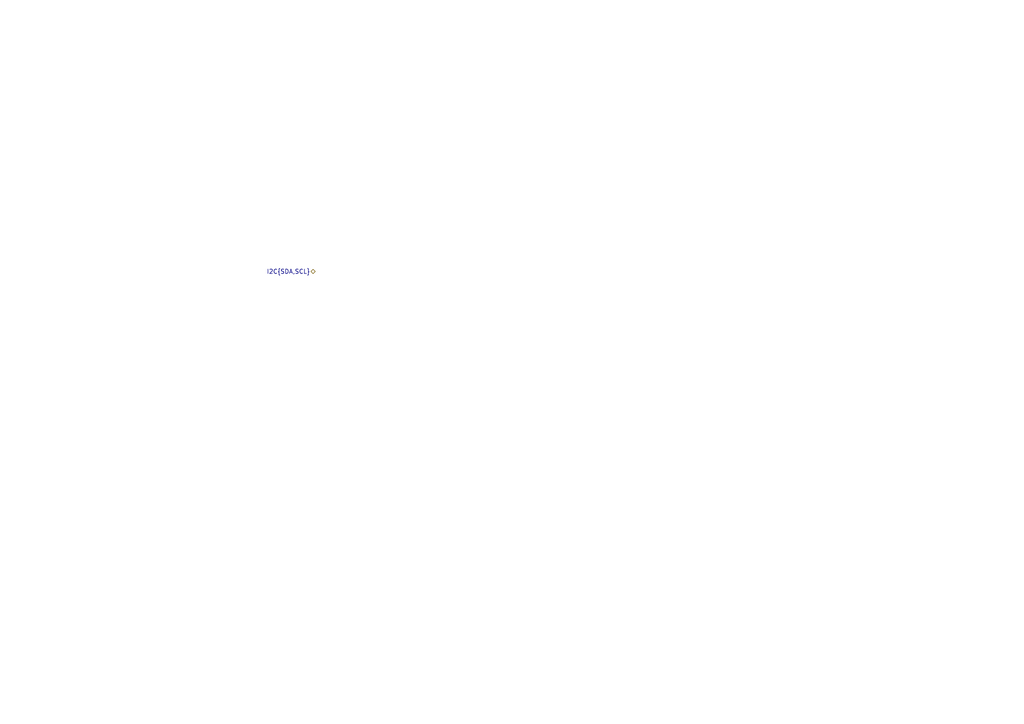
<source format=kicad_sch>
(kicad_sch
	(version 20231120)
	(generator "eeschema")
	(generator_version "8.0")
	(uuid "db27f206-a90e-429a-babb-4398bd318da0")
	(paper "A4")
	(title_block
		(title "Blackstone Flight Computer - IMU")
		(date "2024-08-02")
		(rev "Rev A")
		(company "UC Aerospace")
		(comment 1 "Project: Blackstone")
	)
	(lib_symbols)
	(hierarchical_label "I2C{SDA,SCL}"
		(shape bidirectional)
		(at 91.44 78.74 180)
		(fields_autoplaced yes)
		(effects
			(font
				(size 1.27 1.27)
			)
			(justify right)
		)
		(uuid "ba7c88b0-a304-48c4-9cbc-d896458942cf")
	)
)

</source>
